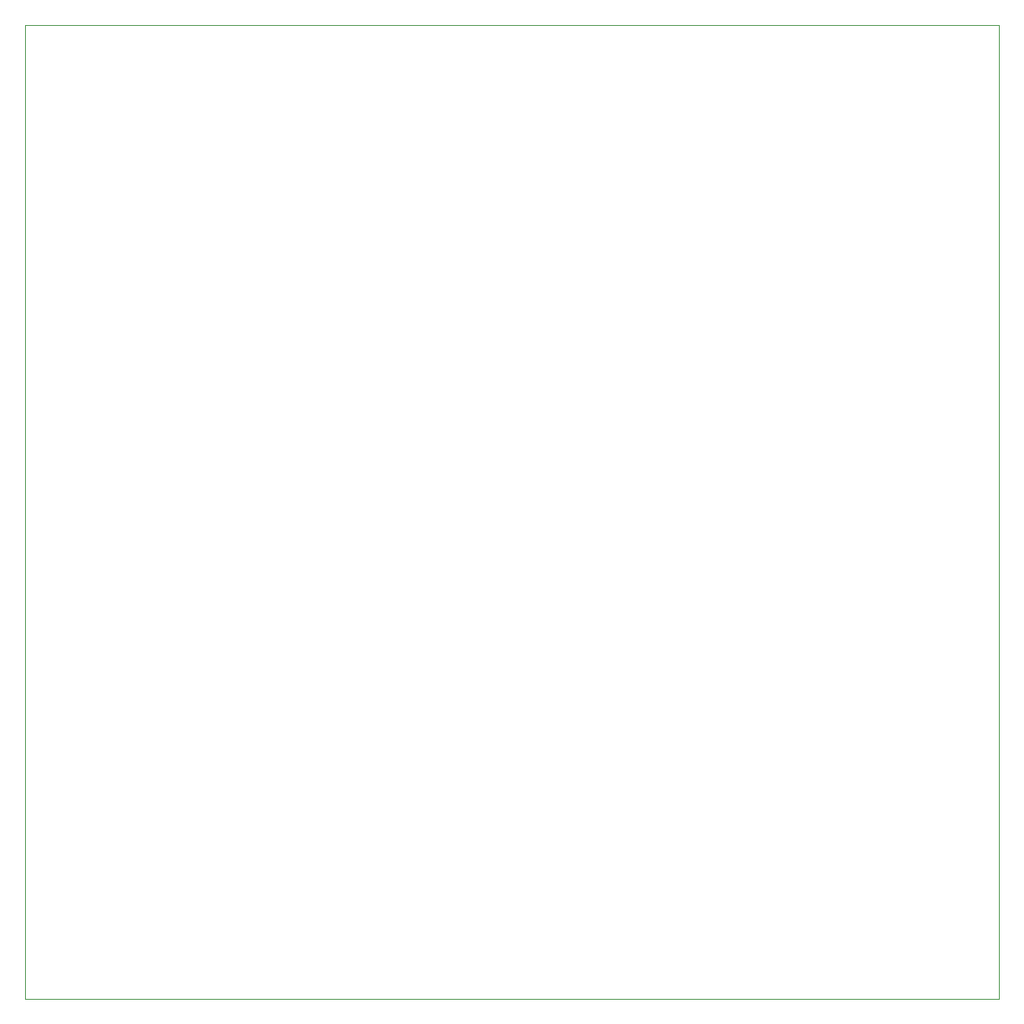
<source format=gbr>
%TF.GenerationSoftware,KiCad,Pcbnew,6.0.10-86aedd382b~118~ubuntu22.10.1*%
%TF.CreationDate,2023-07-03T20:16:53-07:00*%
%TF.ProjectId,6502v2,36353032-7632-42e6-9b69-6361645f7063,rev?*%
%TF.SameCoordinates,Original*%
%TF.FileFunction,Profile,NP*%
%FSLAX46Y46*%
G04 Gerber Fmt 4.6, Leading zero omitted, Abs format (unit mm)*
G04 Created by KiCad (PCBNEW 6.0.10-86aedd382b~118~ubuntu22.10.1) date 2023-07-03 20:16:53*
%MOMM*%
%LPD*%
G01*
G04 APERTURE LIST*
%TA.AperFunction,Profile*%
%ADD10C,0.100000*%
%TD*%
G04 APERTURE END LIST*
D10*
X30500000Y-26250000D02*
X132500000Y-26250000D01*
X132500000Y-26250000D02*
X132500000Y-128250000D01*
X132500000Y-128250000D02*
X30500000Y-128250000D01*
X30500000Y-128250000D02*
X30500000Y-26250000D01*
M02*

</source>
